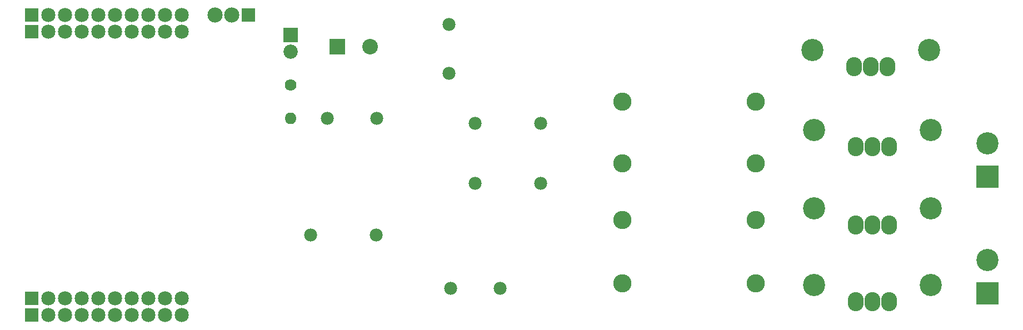
<source format=gbr>
%TF.GenerationSoftware,KiCad,Pcbnew,(2017-03-23 revision 5aa1610)-master*%
%TF.CreationDate,2017-05-13T11:46:19+02:00*%
%TF.ProjectId,aPortableInductionHeater,61506F727461626C65496E6475637469,rev?*%
%TF.FileFunction,Soldermask,Bot*%
%TF.FilePolarity,Negative*%
%FSLAX45Y45*%
G04 Gerber Fmt 4.5, Leading zero omitted, Abs format (unit mm)*
G04 Created by KiCad (PCBNEW (2017-03-23 revision 5aa1610)-master) date 2017 May 13, Saturday 11:46:19*
%MOMM*%
%LPD*%
G01*
G04 APERTURE LIST*
%ADD10C,0.100000*%
%ADD11C,3.380000*%
%ADD12O,2.412000X2.920000*%
%ADD13C,1.980000*%
%ADD14R,2.158000X2.158000*%
%ADD15C,2.158000*%
%ADD16C,2.310400*%
%ADD17R,2.056400X2.056400*%
%ADD18C,2.780000*%
%ADD19O,2.780000X2.780000*%
%ADD20C,2.380000*%
%ADD21R,2.380000X2.380000*%
%ADD22C,2.180000*%
%ADD23R,2.180000X2.180000*%
%ADD24O,1.780000X1.780000*%
%ADD25C,1.780000*%
%ADD26R,3.380000X3.380000*%
G04 APERTURE END LIST*
D10*
D11*
X23190200Y-13843000D03*
D12*
X22047200Y-14097000D03*
X22555200Y-14097000D03*
X22301200Y-14097000D03*
D11*
X21412200Y-13843000D03*
X23190200Y-12674600D03*
D12*
X22047200Y-12928600D03*
X22555200Y-12928600D03*
X22301200Y-12928600D03*
D11*
X21412200Y-12674600D03*
X23190200Y-11480800D03*
D12*
X22047200Y-11734800D03*
X22555200Y-11734800D03*
X22301200Y-11734800D03*
D11*
X21412200Y-11480800D03*
X23164800Y-10261600D03*
D12*
X22021800Y-10515600D03*
X22529800Y-10515600D03*
X22275800Y-10515600D03*
D11*
X21386800Y-10261600D03*
D13*
X13995400Y-11303000D03*
X14745400Y-11303000D03*
X17246600Y-11379200D03*
X16246600Y-11379200D03*
X17246600Y-12293600D03*
X16246600Y-12293600D03*
X13741400Y-13081000D03*
X14741400Y-13081000D03*
X15849600Y-10617200D03*
X15849600Y-9867200D03*
X15875000Y-13893800D03*
X16625000Y-13893800D03*
D14*
X9490600Y-9725000D03*
D15*
X9744600Y-9725000D03*
X9998600Y-9725000D03*
X10252600Y-9725000D03*
X10506600Y-9725000D03*
X10760600Y-9725000D03*
X11014600Y-9725000D03*
X11268600Y-9725000D03*
X11522600Y-9725000D03*
X11776600Y-9725000D03*
D14*
X9485600Y-9980000D03*
D15*
X9739600Y-9980000D03*
X9993600Y-9980000D03*
X10247600Y-9980000D03*
X10501600Y-9980000D03*
X10755600Y-9980000D03*
X11009600Y-9980000D03*
X11263600Y-9980000D03*
X11517600Y-9980000D03*
X11771600Y-9980000D03*
D14*
X9490710Y-14043360D03*
D15*
X9744710Y-14043360D03*
X9998710Y-14043360D03*
X10252710Y-14043360D03*
X10506710Y-14043360D03*
X10760710Y-14043360D03*
X11014710Y-14043360D03*
X11268710Y-14043360D03*
X11522710Y-14043360D03*
X11776710Y-14043360D03*
D14*
X9490710Y-14297360D03*
D15*
X9744710Y-14297360D03*
X9998710Y-14297360D03*
X10252710Y-14297360D03*
X10506710Y-14297360D03*
X10760710Y-14297360D03*
X11014710Y-14297360D03*
X11268710Y-14297360D03*
X11522710Y-14297360D03*
X11776710Y-14297360D03*
D16*
X12285260Y-9725904D03*
X12539260Y-9725904D03*
D17*
X12793260Y-9725904D03*
D18*
X20523200Y-13817600D03*
D19*
X18491200Y-13817600D03*
D18*
X20523200Y-11049000D03*
D19*
X18491200Y-11049000D03*
X18491200Y-12852400D03*
D18*
X20523200Y-12852400D03*
D19*
X18491200Y-11988800D03*
D18*
X20523200Y-11988800D03*
D20*
X14647800Y-10210800D03*
D21*
X14147800Y-10210800D03*
D22*
X13436600Y-10287000D03*
D23*
X13436600Y-10033000D03*
D24*
X13436600Y-11303000D03*
D25*
X13436600Y-10795000D03*
D11*
X24053800Y-11684000D03*
D26*
X24053800Y-12192000D03*
D11*
X24053800Y-13462000D03*
D26*
X24053800Y-13970000D03*
M02*

</source>
